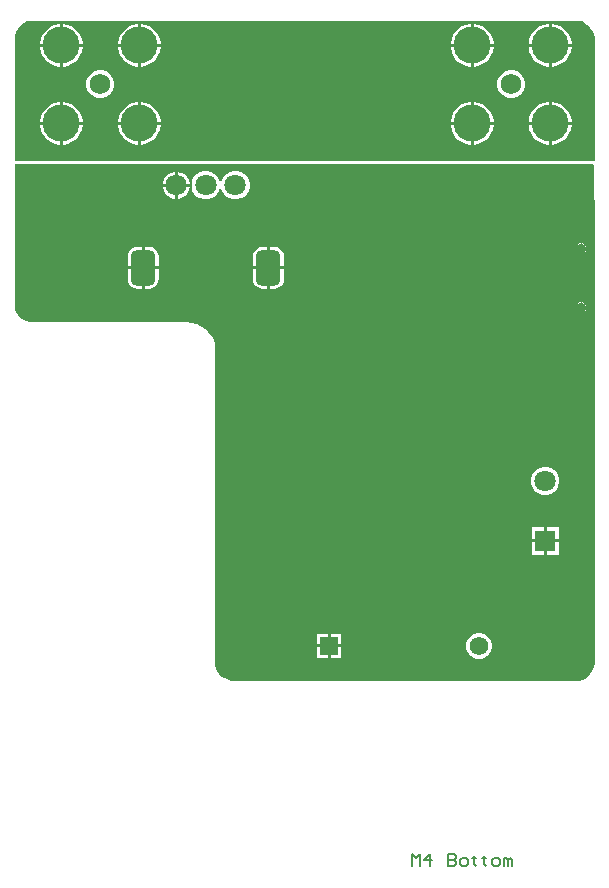
<source format=gbl>
G04*
G04 #@! TF.GenerationSoftware,Altium Limited,Altium Designer,24.1.2 (44)*
G04*
G04 Layer_Physical_Order=2*
G04 Layer_Color=16711680*
%FSLAX25Y25*%
%MOIN*%
G70*
G04*
G04 #@! TF.SameCoordinates,3E25AAAC-FE6F-4FE5-8934-E69CDF353235*
G04*
G04*
G04 #@! TF.FilePolarity,Positive*
G04*
G01*
G75*
%ADD42C,0.03543*%
%ADD43R,0.06165X0.06165*%
%ADD44C,0.06165*%
%ADD51C,0.00700*%
%ADD52R,0.07087X0.07087*%
%ADD53C,0.07087*%
G04:AMPARAMS|DCode=54|XSize=118.11mil|YSize=82.68mil|CornerRadius=20.67mil|HoleSize=0mil|Usage=FLASHONLY|Rotation=270.000|XOffset=0mil|YOffset=0mil|HoleType=Round|Shape=RoundedRectangle|*
%AMROUNDEDRECTD54*
21,1,0.11811,0.04134,0,0,270.0*
21,1,0.07677,0.08268,0,0,270.0*
1,1,0.04134,-0.02067,-0.03839*
1,1,0.04134,-0.02067,0.03839*
1,1,0.04134,0.02067,0.03839*
1,1,0.04134,0.02067,-0.03839*
%
%ADD54ROUNDEDRECTD54*%
%ADD55C,0.06909*%
%ADD56C,0.12307*%
%ADD57C,0.02400*%
%ADD58C,0.14400*%
G36*
X190000Y221267D02*
Y221267D01*
X190020Y221284D01*
X191119Y221140D01*
X192161Y220708D01*
X193040Y220033D01*
X193042Y220007D01*
Y220007D01*
X193343Y219805D01*
X194076Y219073D01*
X194277Y218771D01*
X194277D01*
X194301Y218770D01*
X194938Y217939D01*
X195346Y216956D01*
X195467Y216038D01*
X195452Y174700D01*
X2133D01*
Y215200D01*
X2130Y215217D01*
X2243Y216369D01*
X2612Y217584D01*
X3210Y218703D01*
X3922Y219570D01*
X4358Y220007D01*
X4726Y220314D01*
X5239Y220708D01*
X6281Y221140D01*
X7380Y221284D01*
X7400Y221267D01*
Y221267D01*
X7903Y221367D01*
X189497D01*
X190000Y221267D01*
D02*
G37*
G36*
X195451Y173123D02*
X195447Y161701D01*
X195467Y161601D01*
X195467Y7411D01*
X195487Y7311D01*
X195302Y5907D01*
X194721Y4506D01*
X194095Y3690D01*
X193774Y3326D01*
X193774D01*
X193774Y3325D01*
X193439Y2968D01*
X193209Y2738D01*
X193142Y2693D01*
X192771Y2383D01*
X192261Y1992D01*
X191219Y1560D01*
X190161Y1421D01*
X190100Y1433D01*
X74870D01*
X74779Y1415D01*
X73455Y1589D01*
X72136Y2136D01*
X71393Y2706D01*
X71026Y3026D01*
Y3026D01*
X70684Y3275D01*
X70435Y3616D01*
X70435D01*
X70121Y3986D01*
X69653Y4595D01*
X69173Y5755D01*
X69073Y6516D01*
X69033Y7000D01*
X69012Y7491D01*
X69033Y112237D01*
X69035Y112237D01*
X68896Y113641D01*
X68487Y114992D01*
X67822Y116236D01*
X66927Y117327D01*
X66927Y117327D01*
X66602Y117692D01*
X66581Y117724D01*
X66535Y117755D01*
X66514Y117806D01*
X65821Y118499D01*
X65769Y118520D01*
X65739Y118566D01*
X65153Y118958D01*
X64627Y119389D01*
X63032Y120242D01*
X61300Y120767D01*
X59500Y120944D01*
Y120933D01*
X8535D01*
X8481Y120923D01*
X7205Y121048D01*
X5926Y121436D01*
X4747Y122066D01*
X3756Y122880D01*
X3726Y122926D01*
X3393Y123258D01*
X3341Y123293D01*
X2692Y124139D01*
X2260Y125181D01*
X2121Y126239D01*
X2133Y126300D01*
Y173477D01*
X195098D01*
X195451Y173123D01*
D02*
G37*
%LPC*%
G36*
X181357Y220346D02*
X181152D01*
Y213692D01*
X187805D01*
Y213897D01*
X187531Y215279D01*
X186991Y216581D01*
X186208Y217752D01*
X185212Y218749D01*
X184040Y219531D01*
X182739Y220071D01*
X181357Y220346D01*
D02*
G37*
G36*
X180152D02*
X179947D01*
X178565Y220071D01*
X177263Y219531D01*
X176092Y218749D01*
X175095Y217752D01*
X174313Y216581D01*
X173773Y215279D01*
X173498Y213897D01*
Y213692D01*
X180152D01*
Y220346D01*
D02*
G37*
G36*
X44397D02*
X44192D01*
Y213692D01*
X50846D01*
Y213897D01*
X50571Y215279D01*
X50032Y216581D01*
X49249Y217752D01*
X48252Y218749D01*
X47081Y219531D01*
X45779Y220071D01*
X44397Y220346D01*
D02*
G37*
G36*
X18412D02*
X18208D01*
Y213692D01*
X24861D01*
Y213897D01*
X24587Y215279D01*
X24047Y216581D01*
X23264Y217752D01*
X22268Y218749D01*
X21096Y219531D01*
X19794Y220071D01*
X18412Y220346D01*
D02*
G37*
G36*
X43192D02*
X42988D01*
X41605Y220071D01*
X40304Y219531D01*
X39132Y218749D01*
X38136Y217752D01*
X37353Y216581D01*
X36814Y215279D01*
X36539Y213897D01*
Y213692D01*
X43192D01*
Y220346D01*
D02*
G37*
G36*
X17208D02*
X17003D01*
X15621Y220071D01*
X14319Y219531D01*
X13148Y218749D01*
X12151Y217752D01*
X11368Y216581D01*
X10829Y215279D01*
X10554Y213897D01*
Y213692D01*
X17208D01*
Y220346D01*
D02*
G37*
G36*
X155372D02*
X155168D01*
Y213692D01*
X161821D01*
Y213897D01*
X161546Y215279D01*
X161007Y216581D01*
X160224Y217752D01*
X159228Y218749D01*
X158056Y219531D01*
X156754Y220071D01*
X155372Y220346D01*
D02*
G37*
G36*
X154168D02*
X153963D01*
X152581Y220071D01*
X151279Y219531D01*
X150108Y218749D01*
X149111Y217752D01*
X148328Y216581D01*
X147789Y215279D01*
X147514Y213897D01*
Y213692D01*
X154168D01*
Y220346D01*
D02*
G37*
G36*
X187805Y212692D02*
X181152D01*
Y206039D01*
X181357D01*
X182739Y206313D01*
X184040Y206853D01*
X185212Y207636D01*
X186208Y208632D01*
X186991Y209804D01*
X187531Y211105D01*
X187805Y212488D01*
Y212692D01*
D02*
G37*
G36*
X180152D02*
X173498D01*
Y212488D01*
X173773Y211105D01*
X174313Y209804D01*
X175095Y208632D01*
X176092Y207636D01*
X177263Y206853D01*
X178565Y206313D01*
X179947Y206039D01*
X180152D01*
Y212692D01*
D02*
G37*
G36*
X161821Y212692D02*
X155168D01*
Y206039D01*
X155372D01*
X156754Y206313D01*
X158056Y206853D01*
X159228Y207636D01*
X160224Y208632D01*
X161007Y209804D01*
X161546Y211105D01*
X161821Y212488D01*
Y212692D01*
D02*
G37*
G36*
X154168D02*
X147514D01*
Y212488D01*
X147789Y211105D01*
X148328Y209804D01*
X149111Y208632D01*
X150108Y207636D01*
X151279Y206853D01*
X152581Y206313D01*
X153963Y206039D01*
X154168D01*
Y212692D01*
D02*
G37*
G36*
X50846Y212692D02*
X44192D01*
Y206039D01*
X44397D01*
X45779Y206313D01*
X47081Y206853D01*
X48252Y207636D01*
X49249Y208632D01*
X50032Y209804D01*
X50571Y211105D01*
X50846Y212488D01*
Y212692D01*
D02*
G37*
G36*
X43192D02*
X36539D01*
Y212488D01*
X36814Y211105D01*
X37353Y209804D01*
X38136Y208632D01*
X39132Y207636D01*
X40304Y206853D01*
X41605Y206313D01*
X42988Y206039D01*
X43192D01*
Y212692D01*
D02*
G37*
G36*
X24861D02*
X18208D01*
Y206039D01*
X18412D01*
X19794Y206313D01*
X21096Y206853D01*
X22268Y207636D01*
X23264Y208632D01*
X24047Y209804D01*
X24587Y211105D01*
X24861Y212488D01*
Y212692D01*
D02*
G37*
G36*
X17208D02*
X10554D01*
Y212488D01*
X10829Y211105D01*
X11368Y209804D01*
X12151Y208632D01*
X13148Y207636D01*
X14319Y206853D01*
X15621Y206313D01*
X17003Y206039D01*
X17208D01*
Y212692D01*
D02*
G37*
G36*
X168273Y204855D02*
X167047D01*
X165863Y204538D01*
X164802Y203925D01*
X163935Y203058D01*
X163322Y201997D01*
X163005Y200813D01*
Y199587D01*
X163322Y198403D01*
X163935Y197342D01*
X164802Y196475D01*
X165863Y195862D01*
X167047Y195545D01*
X168273D01*
X169457Y195862D01*
X170518Y196475D01*
X171385Y197342D01*
X171997Y198403D01*
X172315Y199587D01*
Y200813D01*
X171997Y201997D01*
X171385Y203058D01*
X170518Y203925D01*
X169457Y204538D01*
X168273Y204855D01*
D02*
G37*
G36*
X31313D02*
X30087D01*
X28903Y204538D01*
X27842Y203925D01*
X26975Y203058D01*
X26362Y201997D01*
X26045Y200813D01*
Y199587D01*
X26362Y198403D01*
X26975Y197342D01*
X27842Y196475D01*
X28903Y195862D01*
X30087Y195545D01*
X31313D01*
X32497Y195862D01*
X33558Y196475D01*
X34425Y197342D01*
X35037Y198403D01*
X35355Y199587D01*
Y200813D01*
X35037Y201997D01*
X34425Y203058D01*
X33558Y203925D01*
X32497Y204538D01*
X31313Y204855D01*
D02*
G37*
G36*
X181357Y194361D02*
X181152D01*
Y187708D01*
X187805D01*
Y187912D01*
X187531Y189295D01*
X186991Y190596D01*
X186208Y191768D01*
X185212Y192764D01*
X184040Y193547D01*
X182739Y194087D01*
X181357Y194361D01*
D02*
G37*
G36*
X180152D02*
X179947D01*
X178565Y194087D01*
X177263Y193547D01*
X176092Y192764D01*
X175095Y191768D01*
X174313Y190596D01*
X173773Y189295D01*
X173498Y187912D01*
Y187708D01*
X180152D01*
Y194361D01*
D02*
G37*
G36*
X44397D02*
X44192D01*
Y187708D01*
X50846D01*
Y187912D01*
X50571Y189295D01*
X50032Y190596D01*
X49249Y191768D01*
X48252Y192764D01*
X47081Y193547D01*
X45779Y194087D01*
X44397Y194361D01*
D02*
G37*
G36*
X18412D02*
X18208D01*
Y187708D01*
X24861D01*
Y187912D01*
X24587Y189295D01*
X24047Y190596D01*
X23264Y191768D01*
X22268Y192764D01*
X21096Y193547D01*
X19794Y194087D01*
X18412Y194361D01*
D02*
G37*
G36*
X43192D02*
X42988D01*
X41605Y194087D01*
X40304Y193547D01*
X39132Y192764D01*
X38136Y191768D01*
X37353Y190596D01*
X36814Y189295D01*
X36539Y187912D01*
Y187708D01*
X43192D01*
Y194361D01*
D02*
G37*
G36*
X17208D02*
X17003D01*
X15621Y194087D01*
X14319Y193547D01*
X13148Y192764D01*
X12151Y191768D01*
X11368Y190596D01*
X10829Y189295D01*
X10554Y187912D01*
Y187708D01*
X17208D01*
Y194361D01*
D02*
G37*
G36*
X155372D02*
X155168D01*
Y187708D01*
X161821D01*
Y187912D01*
X161546Y189295D01*
X161007Y190596D01*
X160224Y191768D01*
X159228Y192764D01*
X158056Y193547D01*
X156754Y194087D01*
X155372Y194361D01*
D02*
G37*
G36*
X154168D02*
X153963D01*
X152581Y194087D01*
X151279Y193547D01*
X150108Y192764D01*
X149111Y191768D01*
X148328Y190596D01*
X147789Y189295D01*
X147514Y187912D01*
Y187708D01*
X154168D01*
Y194361D01*
D02*
G37*
G36*
X187805Y186708D02*
X181152D01*
Y180054D01*
X181357D01*
X182739Y180329D01*
X184040Y180868D01*
X185212Y181651D01*
X186208Y182648D01*
X186991Y183819D01*
X187531Y185121D01*
X187805Y186503D01*
Y186708D01*
D02*
G37*
G36*
X180152D02*
X173498D01*
Y186503D01*
X173773Y185121D01*
X174313Y183819D01*
X175095Y182648D01*
X176092Y181651D01*
X177263Y180868D01*
X178565Y180329D01*
X179947Y180054D01*
X180152D01*
Y186708D01*
D02*
G37*
G36*
X161821Y186708D02*
X155168D01*
Y180054D01*
X155372D01*
X156754Y180329D01*
X158056Y180868D01*
X159228Y181651D01*
X160224Y182648D01*
X161007Y183819D01*
X161546Y185121D01*
X161821Y186503D01*
Y186708D01*
D02*
G37*
G36*
X154168D02*
X147514D01*
Y186503D01*
X147789Y185121D01*
X148328Y183819D01*
X149111Y182648D01*
X150108Y181651D01*
X151279Y180868D01*
X152581Y180329D01*
X153963Y180054D01*
X154168D01*
Y186708D01*
D02*
G37*
G36*
X50846Y186708D02*
X44192D01*
Y180054D01*
X44397D01*
X45779Y180329D01*
X47081Y180868D01*
X48252Y181651D01*
X49249Y182648D01*
X50032Y183819D01*
X50571Y185121D01*
X50846Y186503D01*
Y186708D01*
D02*
G37*
G36*
X43192D02*
X36539D01*
Y186503D01*
X36814Y185121D01*
X37353Y183819D01*
X38136Y182648D01*
X39132Y181651D01*
X40304Y180868D01*
X41605Y180329D01*
X42988Y180054D01*
X43192D01*
Y186708D01*
D02*
G37*
G36*
X24861D02*
X18208D01*
Y180054D01*
X18412D01*
X19794Y180329D01*
X21096Y180868D01*
X22268Y181651D01*
X23264Y182648D01*
X24047Y183819D01*
X24587Y185121D01*
X24861Y186503D01*
Y186708D01*
D02*
G37*
G36*
X17208D02*
X10554D01*
Y186503D01*
X10829Y185121D01*
X11368Y183819D01*
X12151Y182648D01*
X13148Y181651D01*
X14319Y180868D01*
X15621Y180329D01*
X17003Y180054D01*
X17208D01*
Y186708D01*
D02*
G37*
G36*
X76333Y171302D02*
X75084D01*
X73878Y170979D01*
X72796Y170355D01*
X71913Y169472D01*
X71289Y168390D01*
X71046Y167485D01*
X70529D01*
X70286Y168390D01*
X69662Y169472D01*
X68779Y170355D01*
X67697Y170979D01*
X66491Y171302D01*
X65242D01*
X64035Y170979D01*
X62954Y170355D01*
X62071Y169472D01*
X61446Y168390D01*
X61123Y167183D01*
Y165935D01*
X61446Y164728D01*
X62071Y163647D01*
X62954Y162764D01*
X64035Y162139D01*
X65242Y161816D01*
X66491D01*
X67697Y162139D01*
X68779Y162764D01*
X69662Y163647D01*
X70286Y164728D01*
X70529Y165633D01*
X71046D01*
X71289Y164728D01*
X71913Y163647D01*
X72796Y162764D01*
X73878Y162139D01*
X75084Y161816D01*
X76333D01*
X77539Y162139D01*
X78621Y162764D01*
X79504Y163647D01*
X80129Y164728D01*
X80452Y165935D01*
Y167183D01*
X80129Y168390D01*
X79504Y169472D01*
X78621Y170355D01*
X77539Y170979D01*
X76333Y171302D01*
D02*
G37*
G36*
X56622Y171102D02*
X56524D01*
Y167059D01*
X60567D01*
Y167157D01*
X60257Y168313D01*
X59659Y169349D01*
X58813Y170195D01*
X57777Y170793D01*
X56622Y171102D01*
D02*
G37*
G36*
X55524D02*
X55426D01*
X54270Y170793D01*
X53234Y170195D01*
X52388Y169349D01*
X51790Y168313D01*
X51480Y167157D01*
Y167059D01*
X55524D01*
Y171102D01*
D02*
G37*
G36*
X60567Y166059D02*
X56524D01*
Y162016D01*
X56622D01*
X57777Y162325D01*
X58813Y162924D01*
X59659Y163769D01*
X60257Y164805D01*
X60567Y165961D01*
Y166059D01*
D02*
G37*
G36*
X55524D02*
X51480D01*
Y165961D01*
X51790Y164805D01*
X52388Y163769D01*
X53234Y162924D01*
X54270Y162325D01*
X55426Y162016D01*
X55524D01*
Y166059D01*
D02*
G37*
G36*
X191352Y147157D02*
X190648D01*
X189996Y146887D01*
X189498Y146389D01*
X189228Y145737D01*
Y145033D01*
X189498Y144381D01*
X189996Y143883D01*
X190648Y143613D01*
X191352D01*
X192004Y143883D01*
X192502Y144381D01*
X192772Y145033D01*
Y145737D01*
X192502Y146389D01*
X192004Y146887D01*
X191352Y147157D01*
D02*
G37*
G36*
X88799Y145932D02*
X87232D01*
Y139500D01*
X91893D01*
Y142839D01*
X91787Y143639D01*
X91478Y144385D01*
X90987Y145026D01*
X90346Y145518D01*
X89600Y145827D01*
X88799Y145932D01*
D02*
G37*
G36*
X47067D02*
X45500D01*
Y139500D01*
X50160D01*
Y142839D01*
X50055Y143639D01*
X49746Y144385D01*
X49254Y145026D01*
X48614Y145518D01*
X47868Y145827D01*
X47067Y145932D01*
D02*
G37*
G36*
X86232D02*
X84665D01*
X83865Y145827D01*
X83119Y145518D01*
X82478Y145026D01*
X81986Y144385D01*
X81677Y143639D01*
X81572Y142839D01*
Y139500D01*
X86232D01*
Y145932D01*
D02*
G37*
G36*
X44500D02*
X42933D01*
X42132Y145827D01*
X41386Y145518D01*
X40746Y145026D01*
X40254Y144385D01*
X39945Y143639D01*
X39840Y142839D01*
Y139500D01*
X44500D01*
Y145932D01*
D02*
G37*
G36*
X91893Y138500D02*
X87232D01*
Y132068D01*
X88799D01*
X89600Y132173D01*
X90346Y132483D01*
X90987Y132974D01*
X91478Y133615D01*
X91787Y134361D01*
X91893Y135161D01*
Y138500D01*
D02*
G37*
G36*
X86232D02*
X81572D01*
Y135161D01*
X81677Y134361D01*
X81986Y133615D01*
X82478Y132974D01*
X83119Y132483D01*
X83865Y132173D01*
X84665Y132068D01*
X86232D01*
Y138500D01*
D02*
G37*
G36*
X50160D02*
X45500D01*
Y132068D01*
X47067D01*
X47868Y132173D01*
X48614Y132483D01*
X49254Y132974D01*
X49746Y133615D01*
X50055Y134361D01*
X50160Y135161D01*
Y138500D01*
D02*
G37*
G36*
X44500D02*
X39840D01*
Y135161D01*
X39945Y134361D01*
X40254Y133615D01*
X40746Y132974D01*
X41386Y132483D01*
X42132Y132173D01*
X42933Y132068D01*
X44500D01*
Y138500D01*
D02*
G37*
G36*
X191352Y127472D02*
X190648D01*
X189996Y127202D01*
X189498Y126704D01*
X189228Y126052D01*
Y125348D01*
X189498Y124696D01*
X189996Y124198D01*
X190648Y123928D01*
X191352D01*
X192004Y124198D01*
X192502Y124696D01*
X192772Y125348D01*
Y126052D01*
X192502Y126704D01*
X192004Y127202D01*
X191352Y127472D01*
D02*
G37*
G36*
X179624Y72743D02*
X178375D01*
X177169Y72420D01*
X176088Y71796D01*
X175204Y70912D01*
X174580Y69831D01*
X174257Y68625D01*
Y67375D01*
X174580Y66169D01*
X175204Y65087D01*
X176088Y64204D01*
X177169Y63580D01*
X178375Y63257D01*
X179624D01*
X180831Y63580D01*
X181912Y64204D01*
X182796Y65087D01*
X183420Y66169D01*
X183743Y67375D01*
Y68625D01*
X183420Y69831D01*
X182796Y70912D01*
X181912Y71796D01*
X180831Y72420D01*
X179624Y72743D01*
D02*
G37*
G36*
X183543Y52543D02*
X179500D01*
Y48500D01*
X183543D01*
Y52543D01*
D02*
G37*
G36*
X178500D02*
X174457D01*
Y48500D01*
X178500D01*
Y52543D01*
D02*
G37*
G36*
X183543Y47500D02*
X179500D01*
Y43457D01*
X183543D01*
Y47500D01*
D02*
G37*
G36*
X178500D02*
X174457D01*
Y43457D01*
X178500D01*
Y47500D01*
D02*
G37*
G36*
X111083Y17083D02*
X107500D01*
Y13500D01*
X111083D01*
Y17083D01*
D02*
G37*
G36*
X106500D02*
X102917D01*
Y13500D01*
X106500D01*
Y17083D01*
D02*
G37*
G36*
X111083Y12500D02*
X107500D01*
Y8917D01*
X111083D01*
Y12500D01*
D02*
G37*
G36*
X106500D02*
X102917D01*
Y8917D01*
X106500D01*
Y12500D01*
D02*
G37*
G36*
X157564Y17283D02*
X156436D01*
X155347Y16991D01*
X154370Y16427D01*
X153573Y15630D01*
X153009Y14653D01*
X152717Y13564D01*
Y12436D01*
X153009Y11347D01*
X153573Y10370D01*
X154370Y9573D01*
X155347Y9009D01*
X156436Y8717D01*
X157564D01*
X158653Y9009D01*
X159630Y9573D01*
X160427Y10370D01*
X160991Y11347D01*
X161283Y12436D01*
Y13564D01*
X160991Y14653D01*
X160427Y15630D01*
X159630Y16427D01*
X158653Y16991D01*
X157564Y17283D01*
D02*
G37*
%LPD*%
G36*
X191500Y147096D02*
Y145885D01*
X192710D01*
X192772Y145385D01*
X192710Y144885D01*
X191500D01*
Y143675D01*
X191000Y143613D01*
X190500Y143675D01*
Y144885D01*
X189289D01*
X189228Y145385D01*
X189289Y145885D01*
X190500D01*
Y147096D01*
X191000Y147157D01*
X191500Y147096D01*
D02*
G37*
G36*
Y127410D02*
Y126200D01*
X192710D01*
X192772Y125700D01*
X192710Y125200D01*
X191500D01*
Y123989D01*
X191000Y123928D01*
X190500Y123989D01*
Y125200D01*
X189289D01*
X189228Y125700D01*
X189289Y126200D01*
X190500D01*
Y127410D01*
X191000Y127472D01*
X191500Y127410D01*
D02*
G37*
D42*
X191000Y145385D02*
D03*
Y125700D02*
D03*
D43*
X107000Y13000D02*
D03*
D44*
X157000D02*
D03*
D51*
X134700Y-60300D02*
Y-56301D01*
X136033Y-57634D01*
X137366Y-56301D01*
Y-60300D01*
X140698D02*
Y-56301D01*
X138699Y-58301D01*
X141365D01*
X146696Y-56301D02*
Y-60300D01*
X148696D01*
X149362Y-59634D01*
Y-58967D01*
X148696Y-58301D01*
X146696D01*
X148696D01*
X149362Y-57634D01*
Y-56968D01*
X148696Y-56301D01*
X146696D01*
X151361Y-60300D02*
X152694D01*
X153361Y-59634D01*
Y-58301D01*
X152694Y-57634D01*
X151361D01*
X150695Y-58301D01*
Y-59634D01*
X151361Y-60300D01*
X155360Y-56968D02*
Y-57634D01*
X154694D01*
X156026D01*
X155360D01*
Y-59634D01*
X156026Y-60300D01*
X158692Y-56968D02*
Y-57634D01*
X158026D01*
X159359D01*
X158692D01*
Y-59634D01*
X159359Y-60300D01*
X162024D02*
X163357D01*
X164024Y-59634D01*
Y-58301D01*
X163357Y-57634D01*
X162024D01*
X161358Y-58301D01*
Y-59634D01*
X162024Y-60300D01*
X165357D02*
Y-57634D01*
X166023D01*
X166690Y-58301D01*
Y-60300D01*
Y-58301D01*
X167356Y-57634D01*
X168023Y-58301D01*
Y-60300D01*
D52*
X179000Y48000D02*
D03*
D53*
Y68000D02*
D03*
X75709Y166559D02*
D03*
X65866D02*
D03*
X56024D02*
D03*
D54*
X86732Y139000D02*
D03*
X45000D02*
D03*
D55*
X30700Y200200D02*
D03*
X167660D02*
D03*
D56*
X43692Y187208D02*
D03*
X17708D02*
D03*
Y213192D02*
D03*
X43692D02*
D03*
X154668D02*
D03*
X180652D02*
D03*
Y187208D02*
D03*
X154668D02*
D03*
D57*
X168000Y187000D02*
D03*
X143000D02*
D03*
X130500Y212000D02*
D03*
X118000Y187000D02*
D03*
X105500Y212000D02*
D03*
X93000Y187000D02*
D03*
X80500Y212000D02*
D03*
X55500D02*
D03*
X30500D02*
D03*
X168000Y155000D02*
D03*
Y105000D02*
D03*
Y55000D02*
D03*
X180500Y30000D02*
D03*
X143000Y155000D02*
D03*
X155500Y130000D02*
D03*
Y80000D02*
D03*
Y30000D02*
D03*
X143000Y5000D02*
D03*
X130500Y130000D02*
D03*
Y80000D02*
D03*
X118000Y55000D02*
D03*
Y5000D02*
D03*
X93000Y155000D02*
D03*
X105500Y80000D02*
D03*
Y30000D02*
D03*
X93000Y5000D02*
D03*
X68000Y155000D02*
D03*
X80500Y130000D02*
D03*
Y80000D02*
D03*
Y30000D02*
D03*
X43000Y155000D02*
D03*
X55500Y130000D02*
D03*
X18000Y155000D02*
D03*
X30500Y130000D02*
D03*
D58*
X165000Y163700D02*
D03*
X88000Y60700D02*
D03*
X26000Y163700D02*
D03*
M02*

</source>
